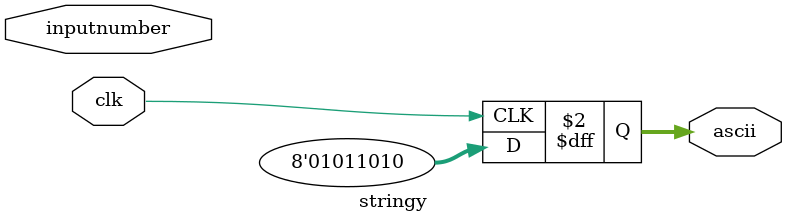
<source format=v>
module stringy (
    input clk,
   input [3:0] inputnumber,
    output [7:0] ascii
);
    wire [7:0] ascii;

    always @(posedge clk)
    begin
        // case (number)
        //     4'h0: ascii <= "0";
        //     4'h1: ascii <= "1";
        //     4'h2: ascii <= "2";
        //     4'h3: ascii <= "3";
        //     4'h4: ascii <= "4";
        //     4'h5: ascii <= "5";
        //     4'h6: ascii <= "6";
        //     4'h7: ascii <= "7";
        //     4'h8: ascii <= "8";
        //     4'h9: ascii <= "9";
        //     4'hA: ascii <= "A";
        //     4'hB: ascii <= "B";
        //     4'hC: ascii <= "C";
        //     4'hD: ascii <= "D";
        //     4'hE: ascii <= "E";
        //     4'hF: ascii <= "F";
        //     default: ascii <= "Z";
        // endcase
        ascii <= "Z";
    end
endmodule
</source>
